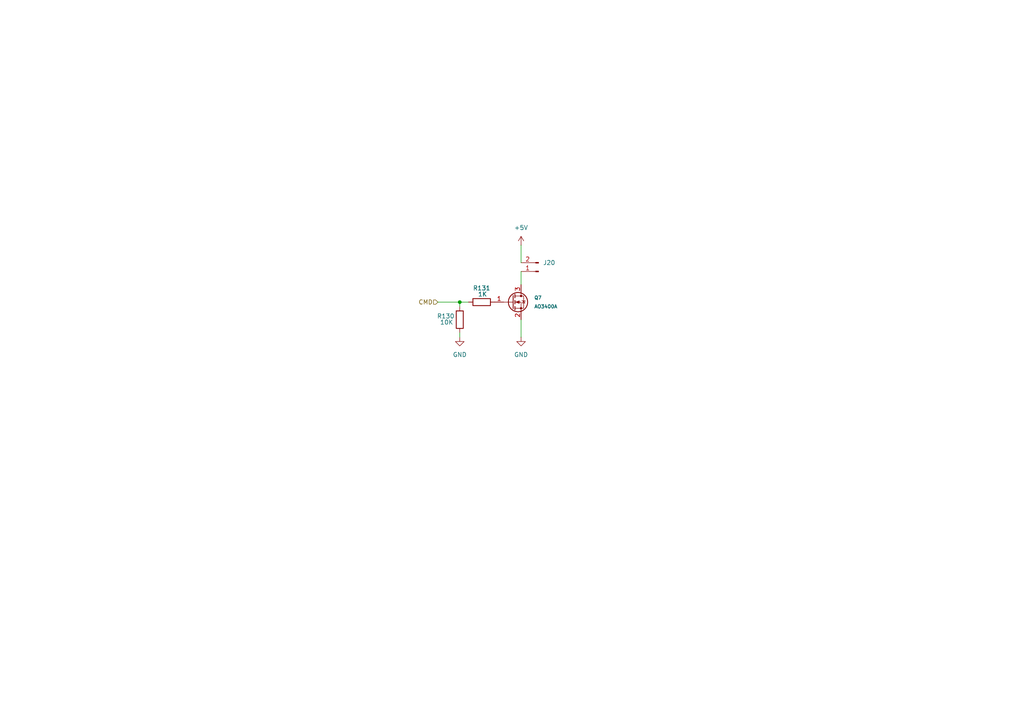
<source format=kicad_sch>
(kicad_sch (version 20231120) (generator "eeschema") (generator_version "8.0")
  (paper "A4")
  (lib_symbols
    (symbol "PnP_Mother_Board:+5V" (power) (pin_numbers hide) (pin_names (offset 0) hide)
      (property "Value" "+5V" (at 0 3.556 0))
      (symbol "+5V_0_1"
        (polyline (pts (xy -0.762 1.27) (xy 0 2.54)))
        (polyline (pts (xy 0 0) (xy 0 2.54)))
        (polyline (pts (xy 0 2.54) (xy 0.762 1.27)))
      )
      (symbol "+5V_1_1"
        (pin power_in line (at 0 0 90) (length 0) (name "~") (number "1"))
      )
    )
    (symbol "PnP_Mother_Board:AO3400A" (pin_names hide)
      (property "Reference" "Q" (at 5.08 1.905 0))
      (property "Value" "AO3400A" (at 5.08 0 0))
      (symbol "AO3400A_0_1"
        (polyline (pts (xy 0.254 0) (xy -2.54 0)))
        (polyline (pts (xy 0.254 1.905) (xy 0.254 -1.905)) (stroke (width 0.254)))
        (polyline (pts (xy 0.762 -1.27) (xy 0.762 -2.286)) (stroke (width 0.254)))
        (polyline (pts (xy 0.762 0.508) (xy 0.762 -0.508)) (stroke (width 0.254)))
        (polyline (pts (xy 0.762 2.286) (xy 0.762 1.27)) (stroke (width 0.254)))
        (polyline (pts (xy 2.54 2.54) (xy 2.54 1.778)))
        (polyline (pts (xy 2.54 -2.54) (xy 2.54 0) (xy 0.762 0)))
        (polyline (pts (xy 0.762 -1.778) (xy 3.302 -1.778) (xy 3.302 1.778) (xy 0.762 1.778)))
        (polyline (pts (xy 1.016 0) (xy 2.032 0.381) (xy 2.032 -0.381) (xy 1.016 0)) (fill (type outline)))
        (polyline (pts (xy 2.794 0.508) (xy 2.921 0.381) (xy 3.683 0.381) (xy 3.81 0.254)))
        (polyline (pts (xy 3.302 0.381) (xy 2.921 -0.254) (xy 3.683 -0.254) (xy 3.302 0.381)))
        (circle (center 1.651 0) (radius 2.794) (stroke (width 0.254)))
        (circle (center 2.54 -1.778) (radius 0.254) (fill (type outline)))
        (circle (center 2.54 1.778) (radius 0.254) (fill (type outline)))
      )
      (symbol "AO3400A_1_1"
        (pin input line (at -5.08 0 0) (length 2.54) (name "G") (number "1"))
        (pin passive line (at 2.54 -5.08 90) (length 2.54) (name "S") (number "2"))
        (pin passive line (at 2.54 5.08 270) (length 2.54) (name "D") (number "3"))
      )
    )
    (symbol "PnP_Mother_Board:Conn_01x02_Pin" (pin_names (offset 1.016) hide)
      (property "Reference" "J" (at 0 2.54 0))
      (property "Value" "Conn_01x02_Pin" (at 0 -5.08 0))
      (symbol "Conn_01x02_Pin_1_1"
        (polyline (pts (xy 1.27 -2.54) (xy 0.8636 -2.54)) (stroke (width 0.1524)))
        (polyline (pts (xy 1.27 0) (xy 0.8636 0)) (stroke (width 0.1524)))
        (rectangle (start 0.8636 -2.413) (end 0 -2.667) (stroke (width 0.1524)) (fill (type outline)))
        (rectangle (start 0.8636 0.127) (end 0 -0.127) (stroke (width 0.1524)) (fill (type outline)))
        (pin passive line (at 5.08 0 180) (length 3.81) (name "Pin_1") (number "1"))
        (pin passive line (at 5.08 -2.54 180) (length 3.81) (name "Pin_2") (number "2"))
      )
    )
    (symbol "PnP_Mother_Board:GND" (power) (pin_numbers hide) (pin_names (offset 0) hide)
      (property "Value" "GND" (at 0 -3.81 0))
      (symbol "GND_0_1"
        (polyline (pts (xy 0 0) (xy 0 -1.27) (xy 1.27 -1.27) (xy 0 -2.54) (xy -1.27 -1.27) (xy 0 -1.27)))
      )
      (symbol "GND_1_1"
        (pin power_in line (at 0 0 270) (length 0) (name "~") (number "1"))
      )
    )
    (symbol "PnP_Mother_Board:R" (pin_numbers hide) (pin_names (offset 0))
      (property "Reference" "R" (at 2.032 0 90))
      (property "Value" "R" (at 0 0 90))
      (symbol "R_0_1"
        (rectangle (start -1.016 -2.54) (end 1.016 2.54) (stroke (width 0.254)))
      )
      (symbol "R_1_1"
        (pin passive line (at 0 3.81 270) (length 1.27) (name "~") (number "1"))
        (pin passive line (at 0 -3.81 90) (length 1.27) (name "~") (number "2"))
      )
    )
  )
  (junction (at 133.35 87.63))
  (wire (pts (xy 151.13 71.12) (xy 151.13 76.2)))
  (wire (pts (xy 127 87.63) (xy 133.35 87.63)))
  (wire (pts (xy 133.35 87.63) (xy 135.89 87.63)))
  (wire (pts (xy 151.13 78.74) (xy 151.13 82.55)))
  (wire (pts (xy 133.35 87.63) (xy 133.35 88.9)))
  (wire (pts (xy 133.35 96.52) (xy 133.35 97.79)))
  (wire (pts (xy 151.13 92.71) (xy 151.13 97.79)))
  (hierarchical_label "CMD" (shape input) (at 127 87.63 180))
  (symbol (lib_id "PnP_Mother_Board:AO3400A") (at 148.59 87.63 0) (unit 1)
    (property "Reference" "Q7" (at 154.94 86.36 0) (effects (font (size 1 1)) (justify left)))
    (property "Value" "AO3400A" (at 154.94 88.9 0) (effects (font (size 1 1)) (justify left)))
    (property "Footprint" "Package_TO_SOT_SMD:SOT-23" (effects (hide yes)))
    (property "Datasheet" "http://www.aosmd.com/pdfs/datasheet/AO3400A.pdf" (effects (hide yes)))
    (property "LCSC" "C347475" (effects (hide yes)))
    (property "Notes" "30V/1A" (effects (hide yes)))
    (instances (project "PnP_Mother_Board" (path "" (reference "Q7") (unit 1)) (path "" (reference "Q6") (unit 1))))
  )
  (symbol (lib_id "PnP_Mother_Board:R") (at 139.7 87.63 90) (unit 1)
    (property "Reference" "R131" (at 139.7 83.566 90))
    (property "Value" "1K" (at 139.954 85.344 90))
    (property "Footprint" "Resistor_SMD:R_0805_2012Metric_Pad1.20x1.40mm_HandSolder" (effects (hide yes)))
    (property "Description" "Resistor" (effects (hide yes)))
    (instances (project "PnP_Mother_Board" (path "" (reference "R131") (unit 1)) (path "" (reference "R129") (unit 1))))
  )
  (symbol (lib_id "PnP_Mother_Board:Conn_01x02_Pin") (at 156.21 78.74 180) (unit 1)
    (property "Reference" "J20" (at 157.48 76.1999 0) (effects (justify right)))
    (property "Value" "Fan" (effects (hide yes)))
    (property "Description" "Generic connector, single row, 01x02, script generated" (effects (hide yes)))
    (instances (project "PnP_Mother_Board" (path "" (reference "J20") (unit 1)) (path "" (reference "J19") (unit 1))))
  )
  (symbol (lib_id "PnP_Mother_Board:GND") (at 151.13 97.79 0) (unit 1)
    (property "Reference" "#PWR0175" (effects (hide yes)))
    (property "Value" "GND" (at 151.13 102.87 0))
    (property "Description" "Power symbol creates a global label with name \"GND\" , ground" (effects (hide yes)))
    (instances (project "PnP_Mother_Board" (path "" (reference "#PWR0175") (unit 1)) (path "" (reference "#PWR0172") (unit 1))))
  )
  (symbol (lib_id "PnP_Mother_Board:R") (at 133.35 92.71 180) (unit 1)
    (property "Reference" "R130" (at 129.286 91.694 0))
    (property "Value" "10K" (at 129.54 93.472 0))
    (property "Footprint" "Resistor_SMD:R_0805_2012Metric_Pad1.20x1.40mm_HandSolder" (effects (hide yes)))
    (property "Description" "Resistor" (effects (hide yes)))
    (instances (project "PnP_Mother_Board" (path "" (reference "R130") (unit 1)) (path "" (reference "R128") (unit 1))))
  )
  (symbol (lib_id "PnP_Mother_Board:+5V") (at 151.13 71.12 0) (unit 1)
    (property "Reference" "#PWR0174" (effects (hide yes)))
    (property "Value" "+5V" (at 151.13 66.04 0))
    (property "Description" "Power symbol creates a global label with name \"+5V\"" (effects (hide yes)))
    (instances (project "PnP_Mother_Board" (path "" (reference "#PWR0174") (unit 1)) (path "" (reference "#PWR0171") (unit 1))))
  )
  (symbol (lib_id "PnP_Mother_Board:GND") (at 133.35 97.79 0) (unit 1)
    (property "Reference" "#PWR0173" (effects (hide yes)))
    (property "Value" "GND" (at 133.35 102.87 0))
    (property "Description" "Power symbol creates a global label with name \"GND\" , ground" (effects (hide yes)))
    (instances (project "PnP_Mother_Board" (path "" (reference "#PWR0173") (unit 1)) (path "" (reference "#PWR088") (unit 1))))
  )
)
</source>
